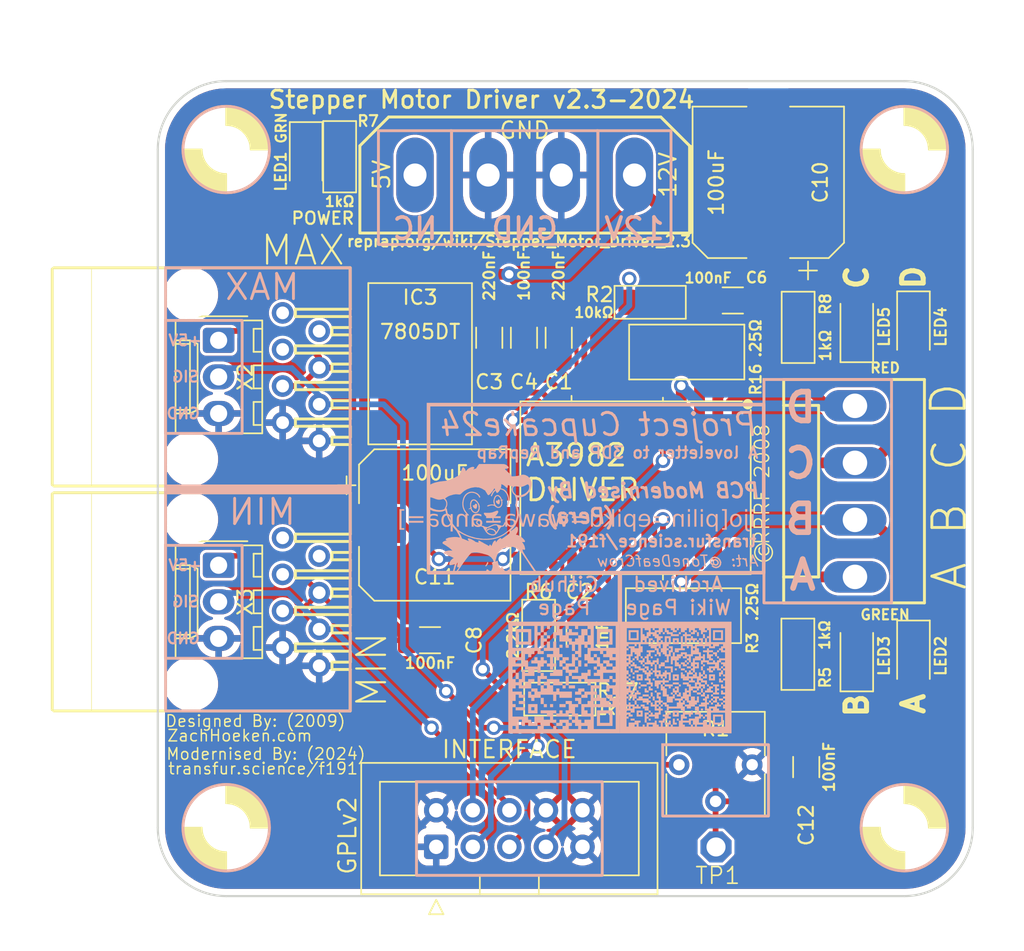
<source format=kicad_pcb>
(kicad_pcb (version 20240108) (generator "pcbnew") (generator_version "8.0")
  (layers (0 "F.Cu" signal) (31 "B.Cu" signal) (34 "B.Paste" user) (35 "F.Paste" user) (36 "B.SilkS" user "B.Silkscreen") (37 "F.SilkS" user "F.Silkscreen") (38 "B.Mask" user) (39 "F.Mask" user) (44 "Edge.Cuts" user))
  (net 0 "")
  (net 1 "GND")
  (net 2 "Net-(DRIVER0-CP2)")
  (net 3 "Net-(DRIVER0-CP1)")
  (net 4 "+5V")
  (net 5 "Net-(DRIVER0-STEP)")
  (net 6 "Net-(DRIVER0-VREG)")
  (net 7 "+12V")
  (net 8 "Net-(DRIVER0-VCP)")
  (net 9 "Net-(DRIVER0-REF)")
  (net 10 "/B")
  (net 11 "/ENABLE")
  (net 12 "/DIR")
  (net 13 "/C")
  (net 14 "Net-(DRIVER0-SENSE1)")
  (net 15 "/D")
  (net 16 "/A")
  (net 17 "Net-(DRIVER0-SENSE2)")
  (net 20 "/MAX")
  (net 22 "/MIN")
  (net 26 "Net-(LED1-K)")
  (net 27 "Net-(LED2-A)")
  (net 28 "Net-(LED4-K)")
  (net 30 "Net-(R1-Pad1)")
  (net 31 "/STEP")
  (footprint "PCM_Resistor_SMD_AKL:R_1206_3216Metric_Pad1.30x1.75mm_HandSolder" (layer "F.Cu") (at 154.3756 92.115)
    (property "Reference" "R2")
    (property "Value" "10kΩ")
  )
  (footprint "stepper-motor-driver:P1-13" (layer "F.Cu") (at 158.9494 129.9432)
    (property "Reference" "TP1")
    (property "Value" "TestPoint")
  )
  (footprint "LED_SMD:LED_1206_3216Metric_Pad1.42x1.75mm_HandSolder" (layer "F.Cu") (at 172.6636 93.8168 -90)
    (property "Reference" "LED4")
    (property "Value" "LED")
  )
  (footprint "Capacitor_SMD:C_1206_3216Metric_Pad1.33x1.80mm_HandSolder" (layer "F.Cu") (at 143.1996 94.5788 90)
    (property "Reference" "C3")
    (property "Value" "220nF")
  )
  (footprint "PCM_Package_SO_AKL:SOIC-24W_7.5x15.4mm_P1.27mm" (layer "F.Cu") (at 153.3596 104.9928 -90)
    (property "Reference" "DRIVER0" (hide yes))
    (property "Value" "A3982" (hide yes))
  )
  (footprint "stepper-motor-driver:520426-4" (layer "F.Cu") (at 122.4986 112.9176 -90)
    (property "Reference" "J2" (hide yes))
    (property "Value" "520426-4")
  )
  (footprint "CustomFootprints:M3 Mounting Hole ~ Classic" (layer "F.Cu") (at 172.0296 128.6056)
    (property "Reference" "H4" (hide yes))
    (property "Value" "MountingHole")
  )
  (footprint "stepper-motor-driver:KK-156-4" (layer "F.Cu") (at 168.5996 105.2468 90)
    (property "Reference" "X1" (hide yes))
    (property "Value" "KK-156-4")
  )
  (footprint "PCM_Resistor_SMD_AKL:R_1206_3216Metric_Pad1.30x1.75mm_HandSolder" (layer "F.Cu") (at 146.6286 115.2498 90)
    (property "Reference" "R6")
    (property "Value" "2.2kΩ")
  )
  (footprint "LED_SMD:LED_1206_3216Metric_Pad1.42x1.75mm_HandSolder" (layer "F.Cu") (at 168.7266 116.6768 90)
    (property "Reference" "LED3")
    (property "Value" "LED")
  )
  (footprint "Connector_IDC:IDC-Header_2x05_P2.54mm_Vertical" (layer "F.Cu") (at 139.5166 129.9356 90)
    (property "Reference" "SV1" (hide yes))
    (property "Value" "IDC-2x5")
  )
  (footprint "Capacitor_SMD:C_1206_3216Metric_Pad1.33x1.80mm_HandSolder" (layer "F.Cu") (at 148.0256 94.5788 -90)
    (property "Reference" "C1")
    (property "Value" "220nF")
  )
  (footprint "Capacitor_SMD:CP_Elec_10x10" (layer "F.Cu") (at 162.5798 83.7838 90)
    (property "Reference" "C10")
    (property "Value" "100uF")
  )
  (footprint "CustomFootprints:M3 Mounting Hole ~ Classic" (layer "F.Cu") (at 124.9296 81.5056)
    (property "Reference" "H1" (hide yes))
    (property "Value" "MountingHole")
  )
  (footprint "Capacitor_SMD:C_1206_3216Metric_Pad1.33x1.80mm_HandSolder" (layer "F.Cu") (at 149.4734 115.2798 90)
    (property "Reference" "C2")
    (property "Value" "1nF")
  )
  (footprint "CustomFootprints:M3 Mounting Hole ~ Classic" (layer "F.Cu") (at 124.9296 128.6056)
    (property "Reference" "H3" (hide yes))
    (property "Value" "MountingHole")
  )
  (footprint "Potentiometer_THT:Potentiometer_Vishay_T73YP_Vertical" (layer "F.Cu") (at 156.3796 124.2356 -90)
    (property "Reference" "R1")
    (property "Value" "T73YE103KT20")
  )
  (footprint "stepper-motor-driver:520426-4" (layer "F.Cu") (at 122.4986 97.2966 -90)
    (property "Reference" "J1" (hide yes))
    (property "Value" "520426-4")
  )
  (footprint "LED_SMD:LED_1206_3216Metric_Pad1.42x1.75mm_HandSolder" (layer "F.Cu") (at 168.7266 93.8168 90)
    (property "Reference" "LED5")
    (property "Value" "LED")
  )
  (footprint "Connector_Molex:Molex_KK-254_AE-6410-03A_1x03_P2.54mm_Vertical" (layer "F.Cu") (at 124.4036 94.7566 -90)
    (property "Reference" "X2")
    (property "Value" "KK-254_1x3")
  )
  (footprint "LED_SMD:LED_1206_3216Metric_Pad1.42x1.75mm_HandSolder" (layer "F.Cu") (at 172.6636 116.6768 -90)
    (property "Reference" "LED2")
    (property "Value" "LED")
  )
  (footprint "Capacitor_SMD:C_1206_3216Metric_Pad1.33x1.80mm_HandSolder" (layer "F.Cu") (at 145.6126 94.5788 90)
    (property "Reference" "C4")
    (property "Value" "100nF")
  )
  (footprint "PCM_Resistor_SMD_AKL:R_1206_3216Metric_Pad1.30x1.75mm_HandSolder" (layer "F.Cu") (at 132.811 82.0058 90)
    (property "Reference" "R7")
    (property "Value" "1kΩ")
  )
  (footprint "stepper-motor-driver:9090-4V" (layer "F.Cu") (at 145.6634 83.2758)
    (property "Reference" "POWER0" (hide yes))
    (property "Value" "9090-4V" (hide yes))
  )
  (footprint "Capacitor_SMD:CP_Elec_10x10" (layer "F.Cu") (at 139.415 107.5836)
    (property "Reference" "C11")
    (property "Value" "100uF")
  )
  (footprint "Capacitor_SMD:C_1206_3216Metric_Pad1.33x1.80mm_HandSolder" (layer "F.Cu") (at 139.0848 115.5846 180)
    (property "Reference" "C8")
    (property "Value" "100nF")
  )
  (footprint "Capacitor_SMD:C_1206_3216Metric_Pad1.33x1.80mm_HandSolder" (layer "F.Cu") (at 160.116 91.988 180)
    (property "Reference" "C6")
    (property "Value" "100nF")
  )
  (footprint "Capacitor_SMD:C_1206_3216Metric_Pad1.33x1.80mm_HandSolder" (layer "F.Cu") (at 165.2152 124.395 -90)
    (property "Reference" "C12")
    (property "Value" "100nF")
  )
  (footprint "CustomFootprints:M3 Mounting Hole ~ Classic" (layer "F.Cu") (at 172.0296 81.5056)
    (property "Reference" "H2" (hide yes))
    (property "Value" "MountingHole")
  )
  (footprint "PCM_Resistor_SMD_AKL:R_1206_3216Metric_Pad1.30x1.75mm_HandSolder" (layer "F.Cu") (at 164.6536 93.8568 90)
    (property "Reference" "R8")
    (property "Value" "1kΩ")
  )
  (footprint "PCM_Resistor_SMD_AKL:R_2512_6332Metric_Pad1.52x3.35mm_HandSolder" (layer "F.Cu") (at 156.687 113.8828 180)
    (property "Reference" "R3")
    (property "Value" "0.25Ω")
  )
  (footprint "PCM_Resistor_SMD_AKL:R_2512_6332Metric_Pad1.52x3.35mm_HandSolder" (layer "F.Cu") (at 156.9156 95.5694 180)
    (property "Reference" "R16")
    (property "Value" "0.25Ω")
  )
  (footprint "PCM_Package_TO_SOT_SMD_AKL:TO-252-2" (layer "F.Cu") (at 138.399 96.3822 -90)
    (property "Reference" "IC3")
    (property "Value" "MC7805CDTRKG" (hide yes))
  )
  (footprint "PCM_Resistor_SMD_AKL:R_1206_3216Metric_Pad1.30x1.75mm_HandSolder" (layer "F.Cu") (at 148.1018 119.674)
    (property "Reference" "R17")
    (property "Value" "1kΩ")
  )
  (footprint "PCM_Resistor_SMD_AKL:R_1206_3216Metric_Pad1.30x1.75mm_HandSolder" (layer "F.Cu") (at 164.6326 116.5588 -90)
    (property "Reference" "R5")
    (property "Value" "1kΩ")
  )
  (footprint "Connector_Molex:Molex_KK-254_AE-6410-03A_1x03_P2.54mm_Vertical" (layer "F.Cu") (at 124.4036 110.3776 -90)
    (property "Reference" "X3")
    (property "Value" "KK-254_1x3")
  )
  (footprint "LED_SMD:LED_1206_3216Metric_Pad1.42x1.75mm_HandSolder" (layer "F.Cu") (at 130.4796 82.0596 -90)
    (property "Reference" "LED1")
    (property "Value" "LED")
  )
  (footprint "LOGO" (layer "B.Cu") (at 148.398 118.175 180)
    (property "Reference" "G***" (hide yes))
    (property "Value" "LOGO" (hide yes))
  )
  (footprint "LOGO" (layer "B.Cu") (at 156.149679 118.175 180)
    (property "Reference" "G***" (hide yes))
    (property "Value" "LOGO" (hide yes))
  )
  (footprint "LOGO" (layer "B.Cu") (at 142.7922 107.0968 180)
    (property "Reference" "G***" (hide yes))
    (property "Value" "LOGO" (hide yes))
  )
  (gr_rect (start 140.5834 80.1978) (end 150.7434 88.1018) (stroke (width 0.2)) (fill none) (layer "B.SilkS"))
  (gr_circle (center 172.029596 81.505596) (end 172.029596 84.505596) (stroke (width 0.2)) (fill none) (layer "B.SilkS"))
  (gr_rect (start 120.7206 93.3766) (end 126.0366 101.219) (stroke (width 0.2)) (fill none) (layer "B.SilkS"))
  (gr_rect (start 150.7434 80.1978) (end 155.8234 88.1018) (stroke (width 0.2)) (fill none) (layer "B.SilkS"))
  (gr_rect (start 155.2456 122.8416) (end 162.5936 127.7956) (stroke (width 0.2)) (fill none) (layer "B.SilkS"))
  (gr_rect (start 120.7206 105.3396) (end 133.5426 120.4956) (stroke (width 0.2)) (fill none) (layer "B.SilkS"))
  (gr_rect (start 138.9822 99.2228) (end 162.2618 110.8964) (stroke (width 0.25)) (fill none) (layer "B.SilkS"))
  (gr_rect (start 162.278 97.4768) (end 171.1386 112.9918) (stroke (width 0.2)) (fill none) (layer "B.SilkS"))
  (gr_circle (center 124.929596 81.505604) (end 127.929596 81.505604) (stroke (width 0.2)) (fill none) (layer "B.SilkS"))
  (gr_rect (start 120.7206 104.8746) (end 133.5426 105.3396) (stroke (width 0.2)) (fill solid) (layer "B.SilkS"))
  (gr_circle (center 172.029604 128.605596) (end 169.029604 128.605596) (stroke (width 0.2)) (fill none) (layer "B.SilkS"))
  (gr_circle (center 124.929604 128.605604) (end 124.929604 125.605604) (stroke (width 0.2)) (fill none) (layer "B.SilkS"))
  (gr_line (start 152.273 114.3) (end 152.273 110.998) (stroke (width 0.3)) (layer "B.SilkS"))
  (gr_rect (start 135.5034 80.1978) (end 140.5834 88.1018) (stroke (width 0.2)) (fill none) (layer "B.SilkS"))
  (gr_rect (start 138.1466 125.4156) (end 151.0466 131.9156) (stroke (width 0.2)) (fill none) (layer "B.SilkS"))
  (gr_rect (start 120.7206 89.7186) (end 133.5426 104.8746) (stroke (width 0.2)) (fill none) (layer "B.SilkS"))
  (gr_rect (start 120.7206 108.9976) (end 126.0366 116.84) (stroke (width 0.2)) (fill none) (layer "B.SilkS"))
  (gr_rect (start 157.1134 81.2458) (end 157.3198 87.3058) (stroke (width 0.1)) (fill solid) (layer "F.SilkS"))
  (gr_circle (center 162.2531 109.4886) (end 162.8648 109.4886) (stroke (width 0.1)) (fill none) (layer "F.SilkS"))
  (gr_line (start 176.779598 128.605602) (end 176.779596 81.505604) (stroke (width 0.15)) (layer "Edge.Cuts"))
  (gr_arc (start 124.9296 133.355604) (mid 121.570843 131.964361) (end 120.1796 128.605604) (stroke (width 0.15)) (layer "Edge.Cuts"))
  (gr_line (start 124.9296 133.355604) (end 172.029598 133.355602) (stroke (width 0.15)) (layer "Edge.Cuts"))
  (gr_arc (start 176.779598 128.605602) (mid 175.388356 131.96436) (end 172.029598 133.355602) (stroke (width 0.15)) (layer "Edge.Cuts"))
  (gr_arc (start 172.029596 76.755604) (mid 175.388354 78.146846) (end 176.779596 81.505604) (stroke (width 0.15)) (layer "Edge.Cuts"))
  (gr_arc (start 120.179598 81.505606) (mid 121.57084 78.146848) (end 124.929598 76.755606) (stroke (width 0.15)) (layer "Edge.Cuts"))
  (gr_line (start 120.179598 81.505606) (end 120.1796 128.605604) (stroke (width 0.15)) (layer "Edge.Cuts"))
  (gr_line (start 172.029596 76.755604) (end 124.929598 76.755606) (stroke (width 0.15)) (layer "Edge.Cuts"))
  (gr_text "B" (at 166.088 107.173675 0) (layer "B.SilkS") (effects (font (size 2 2) (thickness 0.4) (bold yes)) (justify left mirror)))
  (gr_text "Archived\nWiki Page" (at 156.320879 111.125 0) (layer "B.SilkS") (effects (font (size 1 1)) (justify top mirror)))
  (gr_text "Art: @ToneDeafCrow" (at 161.9692 110.5258 0) (layer "B.SilkS") (effects (font (size 0.75 0.75) (thickness 0.1) (italic yes)) (justify left bottom mirror)))
  (gr_text "(Pera)" (at 152.0632 106.9698 0) (layer "B.SilkS") (effects (font (size 1 1) (thickness 0.2) (bold yes) (italic yes)) (justify left mirror)))
  (gr_text "GND" (at 123.19 99.8366 0) (layer "B.SilkS") (effects (font (size 0.75 0.75) (thickness 0.15) (bold yes)) (justify left mirror)))
  (gr_text "ijo[pilin=epiku=wawa=anpa=]" (at 161.7152 107.2238 0) (layer "B.SilkS") (effects (font (size 1.15 1.15)) (justify left mirror)))
  (gr_text "SIG" (at 123.1194 97.282 0) (layer "B.SilkS") (effects (font (size 0.75 0.75) (thickness 0.15) (bold yes)) (justify left mirror)))
  (gr_text "C" (at 166.088 103.294925 0) (layer "B.SilkS") (effects (font (size 2 2) (thickness 0.4) (bold yes)) (justify left mirror)))
  (gr_text "A" (at 166.088 111.052425 0) (layer "B.SilkS") (effects (font (size 2 2) (thickness 0.4) (bold yes)) (justify left mirror)))
  (gr_text "Project Cupcake24" (at 161.9692 101.5088 0) (layer "B.SilkS") (effects (font (size 1.55 1.55) (thickness 0.2) (bold yes) (italic yes)) (justify left bottom mirror)))
  (gr_text "A loveletter to 3DP and RepRap" (at 161.9692 103.0253 0) (layer "B.SilkS") (effects (font (size 0.8 0.8) (thickness 0.15) (bold yes)) (justify left bottom mirror)))
  (gr_text "transfur.science/f191" (at 161.8422 108.2398 0) (layer "B.SilkS") (effects (font (size 0.8 0.8) (thickness 0.16) (bold yes)) (justify left top mirror)))
  (gr_text "+5V" (at 123.317 110.3776 0) (layer "B.SilkS") (effects (font (size 0.75 0.75) (thickness 0.15) (bold yes)) (justify left mirror)))
  (gr_text "MAX" (at 127.4336 91.059 0) (layer "B.SilkS") (effects (font (size 1.75 1.75) (thickness 0.2)) (justify mirror)))
  (gr_text "D" (at 166.088 99.416175 0) (layer "B.SilkS") (effects (font (size 2 2) (thickness 0.4) (bold yes)) (justify left mirror)))
  (gr_text "NC" (at 138.0434 87.884 0) (layer "B.SilkS") (effects (font (size 1.5 1.5) (thickness 0.25) (bold yes)) (justify bottom mirror)))
  (gr_text "12V" (at 153.2834 87.884 0) (layer "B.SilkS") (effects (font (size 1.5 1.5) (thickness 0.25) (bold yes)) (justify bottom mirror)))
  (gr_text "PCB Modernised By" (at 162.0962 105.1918 0) (layer "B.SilkS") (effects (font (size 1 1) (thickness 0.2) (bold yes) (italic yes)) (justify left mirror)))
  (gr_text "MIN" (at 127.4336 106.68 0) (layer "B.SilkS") (effects (font (size 1.75 1.75) (thickness 0.2)) (justify mirror)))
  (gr_text "GND" (at 145.6634 87.884 0) (layer "B.SilkS") (effects (font (size 1.5 1.5) (thickness 0.25) (bold yes)) (justify bottom mirror)))
  (gr_text "SIG" (at 123.1194 112.903 0) (layer "B.SilkS") (effects (font (size 0.75 0.75) (thickness 0.15) (bold yes)) (justify left mirror)))
  (gr_text "Github\nPage" (at 148.398 111.125 0) (layer "B.SilkS") (effects (font (size 1 1)) (justify top mirror)))
  (gr_text "GND" (at 123.19 115.4576 0) (layer "B.SilkS") (effects (font (size 0.75 0.75) (thickness 0.15) (bold yes)) (justify left mirror)))
  (gr_text "+5V" (at 123.317 94.7566 0) (layer "B.SilkS") (effects (font (size 0.75 0.75) (thickness 0.15) (bold yes)) (justify left mirror)))
  (gr_text "220nF" (at 143.1996 92.0988 90) (layer "F.SilkS") (effects (font (size 0.75 0.75) (thickness 0.15) (bold yes)) (justify left)))
  (gr_text "100uF" (at 158.384237 83.7838 90) (layer "F.SilkS") (effects (font (size 1 1) (thickness 0.15) (bold yes)) (justify top)))
  (gr_text "A" (at 172.6636 119.1268 90) (layer "F.SilkS") (effects (font (size 1.5 1.5) (thickness 0.35) (bold yes)) (justify right)))
  (gr_text "1kΩ" (at 133.931 84.709 0) (layer "F.SilkS") (effects (font (size 0.7 0.7) (thickness 0.15) (bold yes)) (justify right top)))
  (gr_text "5V" (at 136.398 83.2612 90) (layer "F.SilkS") (effects (font (size 1.15 1.15)) (justify bottom)))
  (gr_text "100nF" (at 139.0848 116.7346 0) (layer "F.SilkS") (effects (font (size 0.75 0.75) (thickness 0.15) (bold yes)) (justify top)))
  (gr_text "B" (at 168.7266 119.1268 90) (layer "F.SilkS") (effects (font (size 1.5 1.5) (thickness 0.35) (bold yes)) (justify right)))
  (gr_text "1kΩ" (at 166.086 114.1088 90) (layer "F.SilkS") (effects (font (size 0.7 0.7) (thickness 0.15) (bold yes)) (justify right top)))
  (gr_text "MAX" (at 127.1976 89.6766 0) (layer "F.SilkS") (effects (font (size 2 2)) (justify left bottom)))
  (gr_text "100nF" (at 160.116 90.838 0) (layer "F.SilkS") (effects (font (size 0.7 0.7) (thickness 0.15) (bold yes)) (justify right bottom)))
  (gr_text "MIN" (at 136.2146 120.4106 90) (layer "F.SilkS") (effects (font (size 2 2)) (justify left bottom)))
  (gr_text "Stepper Motor Driver v2.3-2024" (at 127.762 78.74 0) (layer "F.SilkS") (effects (font (size 1.2 1.2) (thickness 0.2) (bold yes)) (justify left bottom)))
  (gr_text "1nF" (at 150.622 115.2798 90) (layer "F.SilkS") (effects (font (size 0.75 0.75) (thickness 0.15) (bold yes)) (justify top)))
  (gr_text "12V" (at 154.94 83.2612 90) (layer "F.SilkS") (effects (font (size 1.15 1.15)) (justify top)))
  (gr_text "GREEN" (at 170.6951 114.2268 0) (layer "F.SilkS") (effects (font (size 0.7 0.7) (thickness 0.15) (bold yes)) (justify bottom)))
  (gr_text "1kΩ" (at 150.5783 120.817 0) (layer "F.SilkS") (effects (font (size 0.75 0.75) (thickness 0.15) (bold yes)) (justify left bottom)))
  (gr_text "C" (at 176.4736 103.9768 90) (layer "F.SilkS") (effects (font (size 2.25 2.25) (thickness 0.2)) (justify left bottom)))
  (gr_text ".25Ω" (at 161.2646 93.1926 90) (layer "F.SilkS") (effects (font (size 0.75 0.75) (thickness 0.15) (bold yes)) (justify right top)))
  (gr_text "100uF" (at 139.415 103.388037 0) (layer "F.SilkS") (effects (font (size 1 1) (thickness 0.15) (bold yes)) (justify top)))
  (gr_text "GPLv2" (at 134.0556 131.9676 90) (layer "F.SilkS") (effects (font (size 1.2 1.2)) (justify left bottom)))
  (gr_text "10kΩ" (at 151.9256 93.235 0) (layer "F.SilkS") (effects (font (size 0.7 0.7) (thickness 0.15) (bold yes)) (justify right bottom)))
  (gr_text "220nF" (at 148.0256 92.0988 90) (layer "F.SilkS") (effects (font (size 0.75 0.75) (thickness 0.15) (bold yes)) (justify left)))
  (gr_text "A3982\nDRIVER" (at 145.6136 101.854 0) (layer "F.SilkS") (effects (font (size 1.5 1.5) (thickness 0.2) (bold yes)) (justify left top)))
  (gr_text "1kΩ" (at 166.107 96.3068 90) (layer "F.SilkS") (effects (font (size 0.75 0.75) (thickness 0.15) (bold yes)) (justify left top)))
  (gr_text "GND" (at 145.6634 79.502 0) (layer "F.SilkS") (effects (font (size 1.15 1.15)) (justify top)))
  (gr_text "cRRRF 2008" (at 162.7322 109.895 90) (layer "F.SilkS") (effects (font (size 1 1) (thickness 0.1)) (justify left bottom)))
  (gr_text "Modernised By: (2024)" (at 120.7064 123.952 0) (layer "F.SilkS") (effects (font (size 0.8 0.8) (thickness 0.1)) (justify left bottom)))
  (gr_text "transfur.science/f191" (at 120.8334 124.968 0) (layer "F.SilkS") (effects (font (size 0.8 0.8) (thickness 0.1)) (justify left bottom)))
  (gr_text "reprap.org/wiki/Stepper_Motor_Driver_2.3" (at 133.223 87.884 0) (layer "F.SilkS") (effects (font (size 0.76 0.76) (thickness 0.15) (bold yes)) (justify left)))
  (gr_text "ZachHoeken.com" (at 120.777 122.682 0) (layer "F.SilkS") (effects (font (size 0.8 0.8) (thickness 0.1)) (justify left bottom)))
  (gr_text "POWER" (at 131.6453 85.7796 0) (layer "F.SilkS") (effects (font (size 0.85 0.85) (thickness 0.15) (bold yes)) (justify top)))
  (gr_text "D" (at 172.6636 91.3668 90) (layer "F.SilkS") (effects (font (size 1.5 1.5) (thickness 0.35) (bold yes)) (justify left)))
  (gr_text "C" (at 168.7266 91.3668 90) (layer "F.SilkS") (effects (font (size 1.5 1.5) (thickness 0.35) (bold yes)) (justify left)))
  (gr_text "INTERFACE" (at 144.5966 122.4613 0) (layer "F.SilkS") (effects (font (size 1.2 1.2)) (justify top)))
  (gr_text "A" (at 176.4736 112.2318 90) (layer "F.SilkS") (effects (font (size 2.25 2.25) (thickness 0.2)) (justify left bottom)))
  (gr_text "RED" (at 170.6951 96.2668 0) (layer "F.SilkS") (effects (font (size 0.7 0.7) (thickness 0.15) (bold yes)) (justify top)))
  (gr_text "D" (at 176.4736 100.1668 90) (layer "F.SilkS") (effects (font (size 2.35 2.35) (thickness 0.2)) (justify left bottom)))
  (gr_text "B" (at 176.4736 108.4218 90) (layer "F.SilkS") (effects (font (size 2.25 2.25) (thickness 0.2)) (justify left bottom)))
  (gr_text "Designed By: (2009)" (at 120.65 121.666 0) (layer "F.SilkS") (effects (font (size 0.8 0.8) (thickness 0.1)) (justify left bottom)))
  (gr_text "100nF" (at 166.3652 124.395 90) (layer "F.SilkS") (effects (font (size 0.75 0.75) (thickness 0.15) (bold yes)) (justify top)))
  (gr_text "2.2kΩ" (at 145.288 115.2498 90) (layer "F.SilkS") (effects (font (size 0.75 0.75) (thickness 0.15) (bold yes)) (justify bottom)))
  (gr_text ".25Ω" (at 161.036 111.506 90) (layer "F.SilkS") (effects (font (size 0.75 0.75) (thickness 0.15) (bold yes)) (justify right top)))
  (gr_text "7805DT" (at 138.399 94.742 0) (layer "F.SilkS") (effects (font (size 1 1) (thickness 0.15) (bold yes)) (justify bottom)))
  (gr_text "100nF" (at 145.6126 92.0988 90) (layer "F.SilkS") (effects (font (size 0.75 0.75) (thickness 0.15) (bold yes)) (justify left)))
  (gr_text "GRN" (at 129.159 80.01 90) (layer "F.SilkS") (effects (font (size 0.7 0.7) (thickness 0.15) (bold yes)) (justify bottom)))
  (segment (start 150.1846 98.8968) (end 148.0256 96.7378) (width 0.4) (layer "F.Cu") (net 2))
  (segment (start 150.1846 100.3928) (end 150.1846 100.4208) (width 0.4) (layer "F.Cu") (net 2))
  (segment (start 150.1846 100.3928) (end 150.1846 98.8968) (width 0.4) (layer "F.Cu") (net 2))
  (segment (start 148.0256 96.7378) (end 148.0256 95.9788) (width 0.4) (layer "F.Cu") (net 2))
  (segment (start 151.4546 100.3928) (end 151.4546 100.4208) (width 0.4) (layer "F.Cu") (net 3))
  (segment (start 151.4546 98.7698) (end 149.8036 97.1188) (width 0.4) (layer "F.Cu") (net 3))
  (segment (start 149.8036 94.0708) (end 148.9116 93.1788) (width 0.4) (layer "F.Cu") (net 3))
  (segment (start 151.4546 100.3928) (end 151.4546 98.7698) (width 0.4) (layer "F.Cu") (net 3))
  (segment (start 148.9116 93.1788) (end 148.0256 93.1788) (width 0.4) (layer "F.Cu") (net 3))
  (segment (start 149.8036 97.1188) (end 149.8036 94.0708) (width 0.4) (layer "F.Cu") (net 3))
  (segment (start 136.1892 106.4914) (end 136.1892 104.0022) (width 0.75) (layer "F.Cu") (net 4))
  (segment (start 136.3416 106.5676) (end 135.49 107.5836) (width 0.75) (layer "F.Cu") (net 4))
  (segment (start 152.9278 91.226) (end 152.9536 92.115) (width 0.4) (layer "F.Cu") (net 4))
  (segment (start 129.557441 94.107) (end 131.3886 95.938159) (width 0.4) (layer "F.Cu") (net 4))
  (segment (start 125.0532 109.728) (end 124.4036 110.3776) (width 0.381) (layer "F.Cu") (net 4))
  (segment (start 134.2334 96.6616) (end 131.3886 96.6616) (width 0.4) (layer "F.Cu") (net 4))
  (segment (start 146.6536 113.9848) (end 146.6286 113.9848) (width 0.4) (layer "F.Cu") (net 4))
  (segment (start 131.3886 112.2826) (end 134.6906 115.5846) (width 0.381) (layer "F.Cu") (net 4))
  (segment (start 131.3886 95.938159) (end 131.3886 96.6616) (width 0.4) (layer "F.Cu") (net 4))
  (segment (start 145.8412 100.2938) (end 146.3746 100.3928) (width 0.4) (layer "F.Cu") (net 4))
  (segment (start 131.3886 96.6616) (end 130.1186 97.9316) (width 0.4) (layer "F.Cu") (net 4))
  (segment (start 136.1644 91.5822) (end 136.119 91.5822) (width 0.75) (layer "F.Cu") (net 4))
  (segment (start 146.3746 109.6428) (end 148.9146 109.6428) (width 0.75) (layer "F.Cu") (net 4))
  (segment (start 125.0532 94.107) (end 129.557441 94.107) (width 0.4) (layer "F.Cu") (net 4))
  (segment (start 135.415 113.4148) (end 135.415 107.5836) (width 0.75) (layer "F.Cu") (net 4))
  (segment (start 134.6906 115.5846) (end 137.5223 115.5846) (width 0.381) (layer "F.Cu") (net 4))
  (segment (start 131.3886 112.2826) (end 130.302 111.196) (width 0.381) (layer "F.Cu") (net 4))
  (segment (start 136.1892 91.607) (end 136.1644 91.5822) (width 0.75) (layer "F.Cu") (net 4))
  (segment (start 136.119 91.5822) (end 136.119 90.3684) (width 0.75) (layer "F.Cu") (net 4))
  (segment (start 149.4734 112.0084) (end 149.4734 113.7173) (width 0.4) (layer "F.Cu") (net 4))
  (segment (start 137.5223 115.5846) (end 137.5848 115.5846) (width 0.75) (layer "F.Cu") (net 4))
  (segment (start 139.7 109.9458) (end 137.3378 107.5836) (width 0.4) (layer "F.Cu") (net 4))
  (segment (start 136.3035 106.6057) (end 136.3416 106.5676) (width 0.75) (layer "F.Cu") (net 4))
  (segment (start 130.525 85.7904) (end 130.525 83.7584) (width 0.75) (layer "F.Cu") (net 4))
  (segment (start 130.302 111.196) (end 130.302 110.617) (width 0.381) (layer "F.Cu") (net 4))
  (segment (start 137.5848 115.5846) (end 135.415 113.4148) (width 0.75) (layer "F.Cu") (net 4))
  (segment (start 134.5382 96.3568) (end 134.2334 96.6616) (width 0.4) (layer "F.Cu") (net 4))
  (segment (start 144.145 109.9458) (end 144.448 109.6428) (width 0.4) (layer "F.Cu") (net 4))
  (segment (start 148.9146 109.6664) (end 148.9146 111.4496) (width 0.4) (layer "F.Cu") (net 4))
  (segment (start 128.8486 113.5526) (end 130.1186 113.5526) (width 0.381) (layer "F.Cu") (net 4))
  (segment (start 152.9278 90.4894) (end 152.9278 91.226) (width 0.4) (layer "F.Cu") (net 4))
  (segment (start 137.3378 107.5836) (end 135.415 107.5836) (width 0.381) (layer "F.Cu") (net 4))
  (segment (start 149.4734 113.7173) (end 146.9211 113.7173) (width 0.4) (layer "F.Cu") (net 4))
  (segment (start 129.413 109.728) (end 125.0532 109.728) (width 0.381) (layer "F.Cu") (net 4))
  (segment (start 136.3035 106.6057) (end 136.1892 106.4914) (width 0.75) (layer "F.Cu") (net 4))
  (segment (start 130.4996 83.733) (end 130.4796 83.753) (width 0.75) (layer "F.Cu") (net 4))
  (segment (start 136.1892 104.0022) (end 134.5382 102.6052) (width 0.75) (layer "F.Cu") (net 4))
  (segment (start 130.525 83.7584) (end 130.4996 83.733) (width 0.75) (layer "F.Cu") (net 4))
  (segment (start 144.448 109.6428) (end 146.3746 109.6428) (width 0.4) (layer "F.Cu") (net 4))
  (segment (start 144.8506 100.2938) (end 145.8412 100.2938) (width 0.4) (layer "F.Cu") (net 4))
  (segment (start 130.302 110.617) (end 129.413 109.728) (width 0.381) (layer "F.Cu") (net 4))
  (segment (start 130.1186 97.9316) (end 128.8486 97.9316) (width 0.4) (layer "F.Cu") (net 4))
  (segment (start 146.9211 113.7173) (end 146.6536 113.9848) (width 0.4) (layer "F.Cu") (net 4))
  (segment (start 136.3035 106.6951) (end 136.3035 106.6057) (width 0.75) (layer "F.Cu") (net 4))
  (segment (start 130.1186 113.5526) (end 131.3886 112.2826) (width 0.381) (layer "F.Cu") (net 4))
  (segment (start 134.5382 102.6052) (end 134.5382 96.3568) (width 0.75) (layer "F.Cu") (net 4))
  (segment (start 134.5382 96.3568) (end 134.5382 93.004) (width 0.75) (layer "F.Cu") (net 4))
  (segment (start 124.4036 94.7566) (end 125.0532 94.107) (width 0.4) (layer "F.Cu") (net 4))
  (segment (start 136.119 90.3684) (end 130.525 85.7904) (width 0.75) (layer "F.Cu") (net 4))
  (segment (start 135.415 107.5836) (end 136.3035 106.6951) (width 0.75) (layer "F.Cu") (net 4))
  (segment (start 130.4796 83.753) (end 130.4796 83.8096) (width 0.75) (layer "F.Cu") (net 4))
  (segment (start 148.9146 111.4496) (end 149.4734 112.0084) (width 0.4) (layer "F.Cu") (net 4))
  (segment (start 134.5382 93.004) (end 136.1892 91.607) (width 0.75) (layer "F.Cu") (net 4))
  (segment (start 146.3746 109.6428) (end 146.3746 109.5928) (width 0.4) (layer "F.Cu") (net 4))
  (via (at 152.9278 90.4894) (size 1) (drill 0.6) (layers "F.Cu" "B.Cu") (net 4))
  (via (at 144.145 109.9458) (size 1) (drill 0.6) (layers "F.Cu" "B.Cu") (net 4))
  (via (at 139.7 109.9458) (size 1) (drill 0.6) (layers "F.Cu" "B.Cu") (net 4))
  (via (at 144.8506 100.2938) (size 1) (drill 0.6) (layers "F.Cu" "B.Cu") (net 4))
  (segment (start 152.9278 92.3436) (end 152.9278 90.4894) (width 0.4) (layer "B.Cu") (net 4))
  (segment (start 139.7 109.9458) (end 144.145 109.9458) (width 0.4) (layer "B.Cu") (net 4))
  (segment (start 144.145 109.9458) (end 144.8506 109.2402) (width 0.4) (layer "B.Cu") (net 4))
  (segment (start 144.8506 100.2938) (end 152.9278 92.3436) (width 0.4) (layer "B.Cu") (net 4))
  (segment (start 144.8506 109.2402) (end 144.8506 100.2938) (width 0.4) (layer "B.Cu") (net 4))
  (segment (start 150.1846 111.4496) (end 150.1846 109.5928) (width 0.4) (layer "F.Cu") (net 5))
  (segment (start 151.3276 112.5926) (end 150.1846 111.4496) (width 0.4) (layer "F.Cu") (net 5))
  (segment (start 149.4734 116.8423) (end 149.4734 116.7798) (width 0.4) (layer "F.Cu") (net 5))
  (segment (start 149.4734 119.4956) (end 149.4734 116.8423) (width 0.4) (layer "F.Cu") (net 5))
  (segment (start 151.3276 114.9256) (end 151.3276 112.5926) (width 0.4) (layer "F.Cu") (net 5))
  (segment (start 149.6518 119.674) (end 149.4734 119.4956) (width 0.4) (layer "F.Cu") (net 5))
  (segment (start 149.4734 116.7798) (end 151.3276 114.9256) (width 0.4) (layer "F.Cu") (net 5))
  (segment (start 147.6446 99.1508) (end 147.6446 100.3928) (width 0.4) (layer "F.Cu") (net 6))
  (segment (start 146.8826 98.3888) (end 147.6446 99.1508) (width 0.4) (layer "F.Cu") (net 6))
  (segment (start 143.1996 96.3568) (end 145.2316 98.3888) (width 0.4) (layer "F.Cu") (net 6))
  (segment (start 145.2316 98.3888) (end 146.8826 98.3888) (width 0.4) (layer "F.Cu") (net 6))
  (segment (start 147.6446 100.3928) (end 147.6446 100.4208) (width 0.4) (layer "F.Cu") (net 6))
  (segment (start 143.1996 95.9788) (end 143.1996 96.3568) (width 0.4) (layer "F.Cu") (net 6))
  (segment (start 144.582 90.17) (end 141.224 90.17) (width 0.75) (layer "F.Cu") (net 7))
  (segment (start 141.224 90.17) (end 140.679 90.715) (width 0.75) (layer "F.Cu") (net 7))
  (segment (start 140.679 92.1822) (end 140.679 91.5822) (width 0.75) (layer "F.Cu") (net 7))
  (segment (start 162.5798 87.7838) (end 162.5798 87.7088) (width 0.75) (layer "F.Cu") (net 7))
  (segment (start 145.6126 93.2072) (end 145.6126 93.1788) (width 0.75) (layer "F.Cu") (net 7))
  (segment (start 144.582 90.17) (end 145.5872 91.1752) (width 0.75) (layer "F.Cu") (net 7))
  (segment (start 157.8046 109.5928) (end 157.8046 92.7369) (width 0.75) (layer "F.Cu") (net 7))
  (segment (start 159.9486 87.7838) (end 162.5798 87.7838) (width 0.75) (layer "F.Cu") (net 7))
  (segment (start 140.679 90.715) (end 140.679 92.1822) (width 0.75) (layer "F.Cu") (net 7))
  (segment (start 145.5872 91.1752) (end 145.5872 93.1818) (width 0.75) (layer "F.Cu") (net 7))
  (segment (start 153.2834 83.7838) (end 153.2834 83.2758) (width 0.75) (layer "F.Cu") (net 7))
  (segment (start 158.616 91.9255) (end 158.616 89.1164) (width 0.75) (layer "F.Cu") (net 7))
  (segment (start 158.616 89.1164) (end 153.2834 83.7838) (width 0.75) (layer "F.Cu") (net 7))
  (segment (start 157.8046 92.7369) (end 158.616 91.9255) (width 0.75) (layer "F.Cu") (net 7))
  (segment (start 158.616 89.1164) (end 159.9486 87.7838) (width 0.75) (layer "F.Cu") (net 7))
  (segment (start 145.5872 93.1818) (end 145.6126 93.2072) (width 0.75) (layer "F.Cu") (net 7))
  (via (at 144.582 90.17) (size 1.1) (drill 0.6) (layers "F.Cu" "B.Cu") (net 7))
  (segment (start 148.59 90.17) (end 153.2834 85.4766) (width 0.75) (layer "B.Cu") (net 7))
  (segment (start 153.2834 85.4766) (end 153.2834 83.7838) (width 0.75) (layer "B.Cu") (net 7))
  (segment (start 144.582 90.17) (end 148.59 90.17) (width 0.75) (layer "B.Cu") (net 7))
  (segment (start 146.3746 97.4998) (end 147.3906 97.4998) (width 0.4) (layer "F.Cu") (net 8))
  (segment (start 145.6126 95.9788) (end 145.6126 96.7378) (width 0.4) (layer "F.Cu") (net 8))
  (segment (start 145.6126 96.7378) (end 146.3746 97.4998) (width 0.4) (layer "F.Cu") (net 8))
  (segment (start 147.3906 97.4998) (end 148.9146 99.0238) (width 0.4) (layer "F.Cu") (net 8))
  (segment (start 148.9146 99.0238) (end 148.9146 100.3928) (width 0.4) (layer "F.Cu") (net 8))
  (segment (start 165.2152 125.9575) (end 165.2152 125.795) (width 0.4) (layer "F.Cu") (net 9))
  (segment (start 158.9196 129.9134) (end 158.9196 126.7756) (width 0.4) (layer "F.Cu") (net 9))
  (segment (start 152.1912 112.1862) (end 151.4546 111.4496) (width 0.4) (layer "F.Cu") (net 9))
  (segment (start 152.1912 116.5752) (end 152.1912 112.1862) (width 0.4) (layer "F.Cu") (net 9))
  (segment (start 151.4546 111.4496) (end 151.4546 109.5928) (width 0.4) (layer "F.Cu") (net 9))
  (segment (start 158.9196 126.7756) (end 164.3971 126.7756) (width 0.4) (layer "F.Cu") (net 9))
  (segment (start 164.3971 126.7756) (end 165.2152 125.9575) (width 0.4) (layer "F.Cu") (net 9))
  (segment (start 158.9196 123.3036) (end 152.1912 116.5752) (width 0.4) (layer "F.Cu") (net 9))
  (segment (start 158.9494 129.9432) (end 158.9196 129.9134) (width 0.4) (layer "F.Cu") (net 9))
  (segment (start 158.9196 126.7756) (end 158.9196 123.3036) (width 0.4) (layer "F.Cu") (net 9))
  (segment (start 169.7743 107.2268) (end 168.5996 107.2268) (width 0.75) (layer "F.Cu") (net 10))
  (segment (start 168.7266 115.1893) (end 172.6636 115.1893) (width 0.75) (layer "F.Cu") (net 10))
  (segment (start 168.5996 107.2268) (end 169.2842 107.2268) (width 0.75) (layer "F.Cu") (net 10))
  (segment (start 156.5346 109.5928) (end 156.5346 111.5206) (width 0.75) (layer "F.Cu") (net 10))
  (segment (start 172.6636 110.1161) (end 169.7743 107.2268) (width 0.75) (layer "F.Cu") (net 10))
  (segment (start 172.6636 115.1893) (end 172.6636 110.1161) (width 0.75) (layer "F.Cu") (net 10))
  (via (at 156.5346 111.5206) (size 1) (drill 0.6) (layers "F.Cu" "B.Cu") (net 10))
  (segment (start 156.5346 111.4354) (end 160.7432 107.2268) (width 0.75) (layer "B.Cu") (net 10))
  (segment (start 160.7432 107.2268) (end 168.5996 107.2268) (width 0.75) (layer "B.Cu") (net 10))
  (segment (start 156.5346 111.5206) (end 156.5346 111.4354) (width 0.75) (layer "B.Cu") (net 10))
  (segment (start 145.8498 125.0218) (end 145.8498 128.6824) (width 0.4) (layer "F.Cu") (net 11))
  (segment (start 145.8498 128.6824) (end 144.5966 129.9356) (width 0.4) (layer "F.Cu") (net 11))
  (segment (start 142.748 117.602) (end 145.034 119.888) (width 0.4) (layer "F.Cu") (net 11))
  (segment (start 155.2646 103.124) (end 155.2646 100.3428) (width 0.4) (layer "F.Cu") (net 11))
  (segment (start 155.2646 97.4654) (end 155.9256 96.8044) (width 0.4) (layer "F.Cu") (net 11))
  (segment (start 155.9256 96.8044) (end 155.9256 92.115) (width 0.4) (layer "F.Cu") (net 11))
  (segment (start 155.2646 100.3428) (end 155.2646 97.4654) (width 0.4) (layer "F.Cu") (net 11))
  (segment (start 145.034 124.206) (end 145.8498 125.0218) (width 0.4) (layer "F.Cu") (net 11))
  (segment (start 145.034 119.888) (end 145.034 124.206) (width 0.4) (layer "F.Cu") (net 11))
  (via (at 155.2646 103.124) (size 1) (drill 0.6) (layers "F.Cu" "B.Cu") (net 11))
  (via (at 142.748 117.602) (size 1) (drill 0.6) (layers "F.Cu" "B.Cu") (net 11))
  (segment (start 142.748 117.602) (end 142.748 115.6406) (width 0.4) (layer "B.Cu") (net 11))
  (segment (start 142.748 115.6406) (end 155.2646 103.124) (width 0.4) (layer "B.Cu") (net 11))
  (segment (start 155.2646 107.188) (end 155.2646 109.5928) (width 0.4) (layer "F.Cu") (net 12))
  (via (at 155.2646 107.188) (size 1) (drill 0.6) (layers "F.Cu" "B.Cu") (net 12))
  (segment (start 155.2646 107.188) (end 142.0566 120.396) (width 0.4) (layer "B.Cu") (net 12))
  (segment (start 142.0566 120.396) (end 142.0566 127.3956) (width 0.4) (layer "B.Cu") (net 12))
  (segment (start 160.3446 101.7937) (end 160.3446 100.3428) (width 0.75) (layer "F.Cu") (net 13))
  (segment (start 172.72 100.33) (end 172.6636 100.2736) (width 0.75) (layer "F.Cu") (net 13))
  (segment (start 169.7832 103.2668) (end 172.72 100.33) (width 0.75) (layer "F.Cu") (net 13))
  (segment (start 172.6636 100.2736) (end 172.6636 95.5668) (width 0.75) (layer "F.Cu") (net 13))
  (segment (start 168.5996 103.2668) (end 169.7832 103.2668) (width 0.75) (layer "F.Cu") (net 13))
  (segment (start 161.8177 103.2668) (end 160.3446 101.7937) (width 0.75) (layer "F.Cu") (net 13))
  (segment (start 172.6636 95.5668) (end 168.7266 95.5668) (width 0.75) (layer "F.Cu") (net 13))
  (segment (start 168.5996 103.2668) (end 161.8177 103.2668) (width 0.75) (layer "F.Cu") (net 13))
  (segment (start 159.487 113.8828) (end 159.6745 113.8828) (width 0.75) (layer "F.Cu") (net 14))
  (segment (start 159.6745 111.9225) (end 159.0746 111.3226) (width 0.75) (layer "F.Cu") (net 14))
  (segment (start 159.6745 113.8828) (end 159.6745 111.9225) (width 0.75) (layer "F.Cu") (net 14))
  (segment (start 159.487 113.5078) (end 159.4556 113.4002) (width 0.8128) (layer "F.Cu") (net 14))
  (segment (start 159.0746 111.3226) (end 159.0746 109.6428) (width 0.75) (layer "F.Cu") (net 14))
  (segment (start 159.487 113.8828) (end 159.487 113.5078) (width 0.8128) (layer "F.Cu") (net 14))
  (segment (start 166.6168 99.3068) (end 164.6536 97.3436) (width 0.75) (layer "F.Cu") (net 15))
  (segment (start 164.6536 97.3436) (end 164.6536 95.2788) (width 0.75) (layer "F.Cu") (net 15))
  (segment (start 156.5346 97.917) (end 156.5346 100.3428) (width 0.75) (layer "F.Cu") (net 15))
  (segment (start 168.5996 99.3068) (end 166.6168 99.3068) (width 0.75) (layer "F.Cu") (net 15))
  (via (at 156.5346 97.917) (size 1) (drill 0.6) (layers "F.Cu" "B.Cu") (net 15))
  (segment (start 156.5346 97.917) (end 157.9244 99.3068) (width 0.75) (layer "B.Cu") (net 15))
  (segment (start 157.9244 99.3068) (end 168.5996 99.3068) (width 0.75) (layer "B.Cu") (net 15))
  (segment (start 164.2028 109.5928) (end 160.3946 109.5928) (width 0.75) (layer "F.Cu") (net 16))
  (segment (start 165.7968 111.1868) (end 164.2028 109.5928) (width 0.75) (layer "F.Cu") (net 16))
  (segment (start 164.6326 112.351) (end 165.7968 111.1868) (width 0.75) (layer "F.Cu") (net 16))
  (segment (start 168.5996 111.1868) (end 165.7968 111.1868) (width 0.75) (layer "F.Cu") (net 16))
  (segment (start 164.6326 115.0088) (end 164.6326 112.351) (width 0.75) (layer "F.Cu") (net 16))
  (segment (start 159.9031 97.8143) (end 159.9031 95.5694) (width 0.75) (layer "F.Cu") (net 17))
  (segment (start 159.0746 100.3954) (end 159.0746 98.6428) (width 0.75) (layer "F.Cu") (net 17))
  (segment (start 159.0746 98.6428) (end 159.9031 97.8143) (width 0.75) (layer "F.Cu") (net 17))
  (segment (start 143.51 121.666) (end 142.748 121.666) (width 0.4) (layer "F.Cu") (net 20))
  (segment (start 142.748 121.666) (end 140.208 119.126) (width 0.4) (layer "F.Cu") (net 20))
  (via (at 143.51 121.666) (size 1) (drill 0.6) (layers "F.Cu" "B.Cu") (net 20))
  (via (at 140.208 119.126) (size 1) (drill 0.6) (layers "F.Cu" "B.Cu") (net 20))
  (segment (start 147.4668 129.199) (end 147.1366 129.9356) (width 0.4) (layer "B.Cu") (net 20))
  (segment (start 147.32 121.666) (end 148.432 122.778) (width 0.4) (layer "B.Cu") (net 20))
  (segment (start 135.859 99.2016) (end 131.3886 99.2016) (width 0.4) (layer "B.Cu") (net 20))
  (segment (start 129.481 96.687) (end 125.0132 96.687) (width 0.4) (layer "B.Cu") (net 20))
  (segment (start 125.0132 96.687) (end 124.4036 97.2966) (width 0.4) (layer "B.Cu") (net 20))
  (segment (start 147.7208 128.7164) (end 147.4668 129.199) (width 0.4) (layer "B.Cu") (net 20))
  (segment (start 131.3886 98.5946) (end 129.481 96.687) (width 0.4) (layer "B.Cu") (net 20))
  (segment (start 148.4234 126.876507) (end 148.4234 127.914693) (width 0.4) (layer "B.Cu") (net 20))
  (segment (start 131.3886 99.2016) (end 131.3886 98.5946) (width 0.4) (layer "B.Cu") (net 20))
  (segment (start 148.432 128.1322) (end 147.7208 128.7164) (width 0.4) (layer "B.Cu") (net 20))
  (segment (start 148.432 127.923293) (end 148.432 128.1322) (width 0.4) (layer "B.Cu") (net 20))
  (segment (start 148.4234 127.914693) (end 148.432 127.923293) (width 0.4) (layer "B.Cu") (net 20))
  (segment (start 148.432 122.778) (end 148.432 126.867907) (width 0.4) (layer "B.Cu") (net 20))
  (segment (start 140.208 119.126) (end 137.2052 116.1232) (width 0.4) (layer "B.Cu") (net 20))
  (segment (start 148.432 126.867907) (end 148.4234 126.876507) (width 0.4) (layer "B.Cu") (net 20))
  (segment (start 137.2052 100.5478) (end 135.859 99.2016) (width 0.4) (layer "B.Cu") (net 20))
  (segment (start 143.51 121.666) (end 147.32 121.666) (width 0.4) (layer "B.Cu") (net 20))
  (segment (start 137.2052 116.1232) (end 137.2052 100.5478) (width 0.4) (layer "B.Cu") (net 20))
  (segment (start 139.192 121.666) (end 144.5966 127.0706) (width 0.4) (layer "F.Cu") (net 22))
  (segment (start 144.5966 127.0706) (end 144.5966 127.3956) (width 0.4) (layer "F.Cu") (net 22))
  (via (at 139.192 121.666) (size 1) (drill 0.6) (layers "F.Cu" "B.Cu") (net 22))
  (segment (start 131.3886 114.462718) (end 131.3886 114.8226) (width 0.4) (layer "B.Cu") (net 22))
  (segment (start 129.233882 112.308) (end 131.3886 114.462718) (width 0.4) (layer "B.Cu") (net 22))
  (segment (start 139.192 121.666) (end 132.3486 114.8226) (width 0.4) (layer "B.Cu") (net 22))
  (segment (start 125.0132 112.308) (end 129.233882 112.308) (width 0.4) (layer "B.Cu") (net 22))
  (segment (start 132.3486 114.8226) (end 131.3886 114.8226) (width 0.4) (layer "B.Cu") (net 22))
  (segment (start 124.4036 112.9176) (end 125.0132 112.308) (width 0.4) (layer "B.Cu") (net 22))
  (segment (start 132.938 80.685) (end 132.9126 80.7104) (width 0.8128) (layer "F.Cu") (net 26))
  (segment (start 132.5118 80.3096) (end 130.4796 80.3096) (width 0.8128) (layer "F.Cu") (net 26))
  (segment (start 132.9126 80.7104) (end 132.5118 80.3096) (width 0.8128) (layer "F.Cu") (net 26))
  (segment (start 132.811 80.5838) (end 132.938 80.685) (width 0.8128) (layer "F.Cu") (net 26))
  (segment (start 164.6326 117.9808) (end 164.6326 118.1088) (width 0.75) (layer "F.Cu") (net 27))
  (segment (start 164.6326 118.1088) (end 172.3456 118.1088) (width 0.75) (layer "F.Cu") (net 27))
  (segment (start 172.3456 118.1088) (end 172.6636 118.4268) (width 0.75) (layer "F.Cu") (net 27))
  (segment (start 164.6536 92.3068) (end 164.6761 92.3293) (width 0.75) (layer "F.Cu") (net 28))
  (segment (start 164.6761 92.3293) (end 172.4011 92.3293) (width 0.75) (layer "F.Cu") (net 28))
  (segment (start 164.6536 92.4348) (end 164.6536 92.3068) (width 0.75) (layer "F.Cu") (net 28))
  (segment (start 151.1596 124.2356) (end 156.3796 124.2356) (width 0.4) (layer "F.Cu") (net 30))
  (segment (start 146.6286 116.7998) (end 148.082 118.2532) (width 0.4) (layer "F.Cu") (net 30))
  (segment (start 148.082 118.2532) (end 148.082 121.158) (width 0.4) (layer "F.Cu") (net 30))
  (segment (start 148.082 121.158) (end 151.1596 124.2356) (width 0.4) (layer "F.Cu") (net 30))
  (segment (start 146.558 119.6802) (end 146.5518 119.674) (width 0.4) (layer "F.Cu") (net 31))
  (segment (start 146.5518 119.674) (end 146.6798 119.674) (width 0.4) (layer "F.Cu") (net 31))
  (segment (start 146.558 122.936) (end 146.558 119.6802) (width 0.4) (layer "F.Cu") (net 31))
  (via (at 146.558 122.936) (size 1) (drill 0.6) (layers "F.Cu" "B.Cu") (net 31))
  (segment (start 146.558 122.936) (end 145.4348 122.936) (width 0.4) (layer "B.Cu") (net 31))
  (segment (start 145.4348 122.936) (end 143.3098 125.061) (width 0.4) (layer "B.Cu") (net 31))
  (segment (start 143.3098 125.061) (end 143.3098 128.6824) (width 0.4) (layer "B.Cu") (net 31))
  (segment (start 143.3098 128.6824) (end 142.0566 129.9356) (width 0.4) (layer "B.Cu") (net 31))
  (zone (net 1) (net_name "GND") (layers "F&B.Cu") (connect_pads (clearance 0.2)) (min_thickness 0.2) (fill yes (thermal_gap 0.45) (thermal_bridge_width 0.45))
    (polygon (pts (xy 180.34 137.16) (xy 109.22 137.16) (xy 109.22 71.12) (xy 180.34 71.12)))
  )
)
</source>
